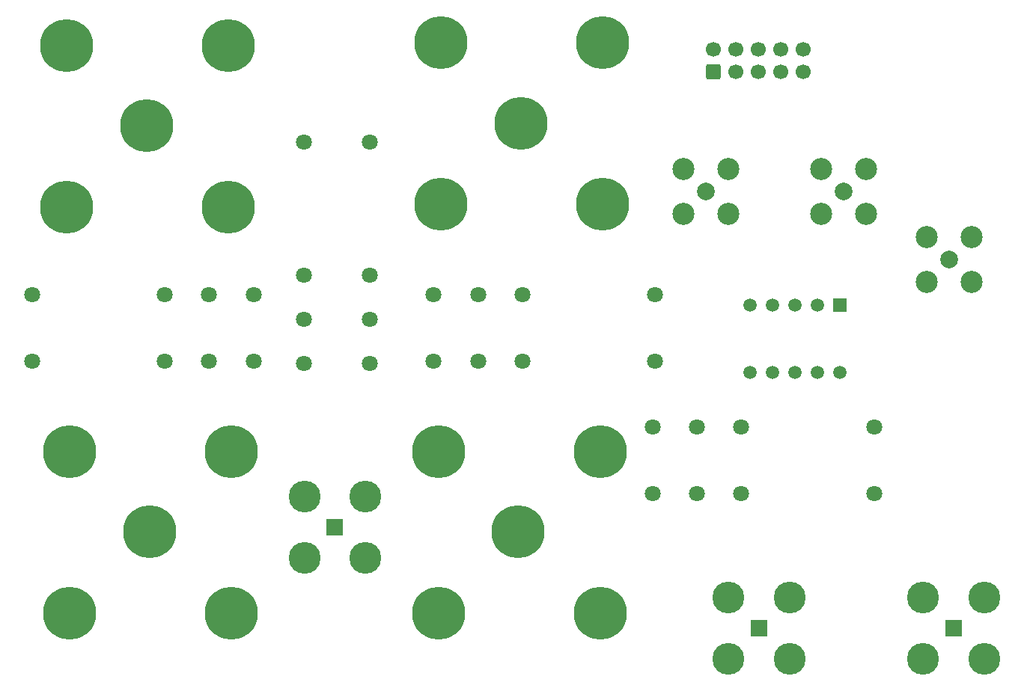
<source format=gts>
G04 #@! TF.GenerationSoftware,KiCad,Pcbnew,7.0.1*
G04 #@! TF.CreationDate,2023-05-14T23:30:35+02:00*
G04 #@! TF.ProjectId,K_relay,4b5f7265-6c61-4792-9e6b-696361645f70,rev?*
G04 #@! TF.SameCoordinates,Original*
G04 #@! TF.FileFunction,Soldermask,Top*
G04 #@! TF.FilePolarity,Negative*
%FSLAX46Y46*%
G04 Gerber Fmt 4.6, Leading zero omitted, Abs format (unit mm)*
G04 Created by KiCad (PCBNEW 7.0.1) date 2023-05-14 23:30:35*
%MOMM*%
%LPD*%
G01*
G04 APERTURE LIST*
G04 Aperture macros list*
%AMRoundRect*
0 Rectangle with rounded corners*
0 $1 Rounding radius*
0 $2 $3 $4 $5 $6 $7 $8 $9 X,Y pos of 4 corners*
0 Add a 4 corners polygon primitive as box body*
4,1,4,$2,$3,$4,$5,$6,$7,$8,$9,$2,$3,0*
0 Add four circle primitives for the rounded corners*
1,1,$1+$1,$2,$3*
1,1,$1+$1,$4,$5*
1,1,$1+$1,$6,$7*
1,1,$1+$1,$8,$9*
0 Add four rect primitives between the rounded corners*
20,1,$1+$1,$2,$3,$4,$5,0*
20,1,$1+$1,$4,$5,$6,$7,0*
20,1,$1+$1,$6,$7,$8,$9,0*
20,1,$1+$1,$8,$9,$2,$3,0*%
G04 Aperture macros list end*
%ADD10R,1.950000X1.950000*%
%ADD11C,3.600000*%
%ADD12C,1.803400*%
%ADD13R,1.500000X1.500000*%
%ADD14C,1.500000*%
%ADD15C,1.998980*%
%ADD16C,2.499360*%
%ADD17RoundRect,0.250000X0.600000X-0.600000X0.600000X0.600000X-0.600000X0.600000X-0.600000X-0.600000X0*%
%ADD18C,1.700000*%
%ADD19C,6.000000*%
G04 APERTURE END LIST*
D10*
X190000000Y-106560000D03*
D11*
X186560000Y-103120000D03*
X186560000Y-110000000D03*
X193440000Y-103120000D03*
X193440000Y-110000000D03*
D12*
X226199996Y-80250000D03*
X211199996Y-80250000D03*
X206199995Y-80250000D03*
X201199995Y-80250000D03*
X201199995Y-87750000D03*
X206199995Y-87750000D03*
X211199996Y-87750000D03*
X226199996Y-87750000D03*
D13*
X247160000Y-81380000D03*
D14*
X244620000Y-81380000D03*
X242080000Y-81380000D03*
X239540000Y-81380000D03*
X237000000Y-81380000D03*
X237000000Y-89000000D03*
X239540000Y-89000000D03*
X242080000Y-89000000D03*
X244620000Y-89000000D03*
X247160000Y-89000000D03*
D15*
X247540000Y-68540000D03*
D16*
X245000000Y-66000000D03*
X245000000Y-71080000D03*
X250080000Y-66000000D03*
X250080000Y-71080000D03*
D12*
X186500000Y-63000000D03*
X186500000Y-78000000D03*
X186500000Y-83000001D03*
X186500000Y-88000001D03*
X194000000Y-88000001D03*
X194000000Y-83000001D03*
X194000000Y-78000000D03*
X194000000Y-63000000D03*
D10*
X260000000Y-118000000D03*
D11*
X256560000Y-114560000D03*
X256560000Y-121440000D03*
X263440000Y-114560000D03*
X263440000Y-121440000D03*
D10*
X238000000Y-118000000D03*
D11*
X234560000Y-114560000D03*
X234560000Y-121440000D03*
X241440000Y-114560000D03*
X241440000Y-121440000D03*
D17*
X232840000Y-55000000D03*
D18*
X232840000Y-52460000D03*
X235380000Y-55000000D03*
X235380000Y-52460000D03*
X237920000Y-55000000D03*
X237920000Y-52460000D03*
X240460000Y-55000000D03*
X240460000Y-52460000D03*
X243000000Y-55000000D03*
X243000000Y-52460000D03*
D15*
X232000000Y-68540000D03*
D16*
X229460000Y-66000000D03*
X229460000Y-71080000D03*
X234540000Y-66000000D03*
X234540000Y-71080000D03*
D15*
X259500000Y-76250000D03*
D16*
X256960000Y-73710000D03*
X256960000Y-78790000D03*
X262040000Y-73710000D03*
X262040000Y-78790000D03*
D12*
X155800004Y-87750000D03*
X170800004Y-87750000D03*
X175800005Y-87750000D03*
X180800005Y-87750000D03*
X180800005Y-80250000D03*
X175800005Y-80250000D03*
X170800004Y-80250000D03*
X155800004Y-80250000D03*
X251000000Y-95250000D03*
X236000000Y-95250000D03*
X230999999Y-95250000D03*
X225999999Y-95250000D03*
X225999999Y-102750000D03*
X230999999Y-102750000D03*
X236000000Y-102750000D03*
X251000000Y-102750000D03*
D19*
X168748000Y-61096000D03*
X178000000Y-70288000D03*
X178000000Y-52000000D03*
X159712000Y-70288000D03*
X159712000Y-52000000D03*
X211036000Y-60808000D03*
X220288000Y-70000000D03*
X220288000Y-51712000D03*
X202000000Y-70000000D03*
X202000000Y-51712000D03*
X210748000Y-107096000D03*
X220000000Y-116288000D03*
X220000000Y-98000000D03*
X201712000Y-116288000D03*
X201712000Y-98000000D03*
X169036000Y-107096000D03*
X178288000Y-116288000D03*
X178288000Y-98000000D03*
X160000000Y-116288000D03*
X160000000Y-98000000D03*
M02*

</source>
